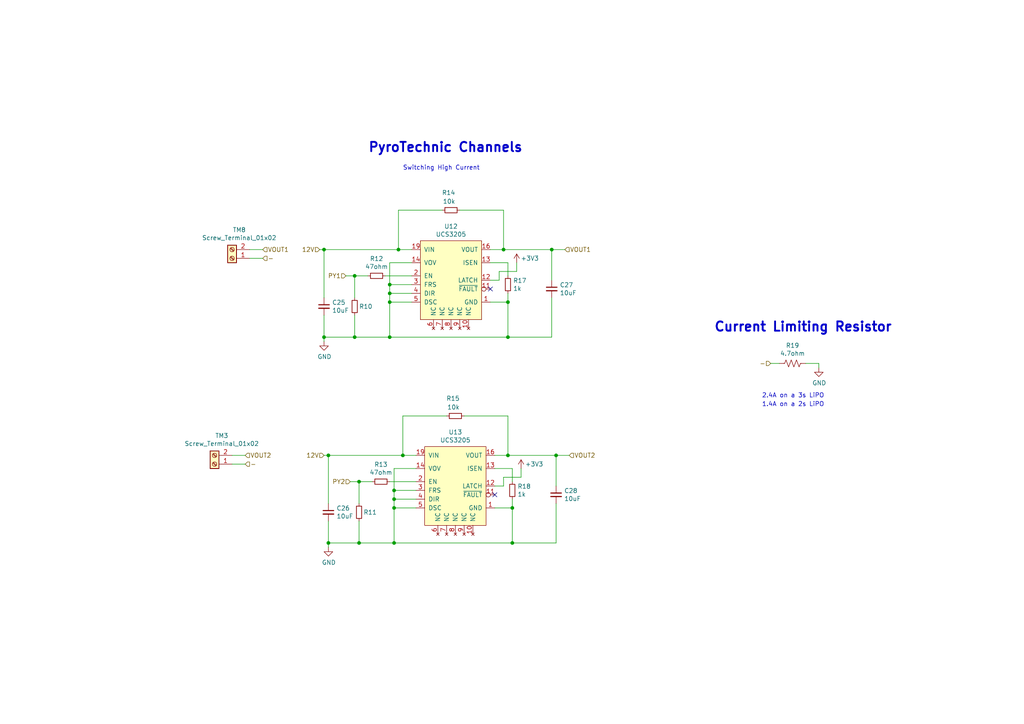
<source format=kicad_sch>
(kicad_sch (version 20230121) (generator eeschema)

  (uuid 1ab71a3c-340b-469a-ada5-4f87f0b7b2fa)

  (paper "A4")

  (title_block
    (title "Pyro-Technic Channels")
    (date "2021-10-11")
    (rev "1")
    (comment 4 "2 Load Switches ")
  )

  (lib_symbols
    (symbol "Connector:Screw_Terminal_01x02" (pin_names (offset 1.016) hide) (in_bom yes) (on_board yes)
      (property "Reference" "J" (at 0 2.54 0)
        (effects (font (size 1.27 1.27)))
      )
      (property "Value" "Screw_Terminal_01x02" (at 0 -5.08 0)
        (effects (font (size 1.27 1.27)))
      )
      (property "Footprint" "" (at 0 0 0)
        (effects (font (size 1.27 1.27)) hide)
      )
      (property "Datasheet" "~" (at 0 0 0)
        (effects (font (size 1.27 1.27)) hide)
      )
      (property "ki_keywords" "screw terminal" (at 0 0 0)
        (effects (font (size 1.27 1.27)) hide)
      )
      (property "ki_description" "Generic screw terminal, single row, 01x02, script generated (kicad-library-utils/schlib/autogen/connector/)" (at 0 0 0)
        (effects (font (size 1.27 1.27)) hide)
      )
      (property "ki_fp_filters" "TerminalBlock*:*" (at 0 0 0)
        (effects (font (size 1.27 1.27)) hide)
      )
      (symbol "Screw_Terminal_01x02_1_1"
        (rectangle (start -1.27 1.27) (end 1.27 -3.81)
          (stroke (width 0.254) (type default))
          (fill (type background))
        )
        (circle (center 0 -2.54) (radius 0.635)
          (stroke (width 0.1524) (type default))
          (fill (type none))
        )
        (polyline
          (pts
            (xy -0.5334 -2.2098)
            (xy 0.3302 -3.048)
          )
          (stroke (width 0.1524) (type default))
          (fill (type none))
        )
        (polyline
          (pts
            (xy -0.5334 0.3302)
            (xy 0.3302 -0.508)
          )
          (stroke (width 0.1524) (type default))
          (fill (type none))
        )
        (polyline
          (pts
            (xy -0.3556 -2.032)
            (xy 0.508 -2.8702)
          )
          (stroke (width 0.1524) (type default))
          (fill (type none))
        )
        (polyline
          (pts
            (xy -0.3556 0.508)
            (xy 0.508 -0.3302)
          )
          (stroke (width 0.1524) (type default))
          (fill (type none))
        )
        (circle (center 0 0) (radius 0.635)
          (stroke (width 0.1524) (type default))
          (fill (type none))
        )
        (pin passive line (at -5.08 0 0) (length 3.81)
          (name "Pin_1" (effects (font (size 1.27 1.27))))
          (number "1" (effects (font (size 1.27 1.27))))
        )
        (pin passive line (at -5.08 -2.54 0) (length 3.81)
          (name "Pin_2" (effects (font (size 1.27 1.27))))
          (number "2" (effects (font (size 1.27 1.27))))
        )
      )
    )
    (symbol "Device:C_Small" (pin_numbers hide) (pin_names (offset 0.254) hide) (in_bom yes) (on_board yes)
      (property "Reference" "C" (at 0.254 1.778 0)
        (effects (font (size 1.27 1.27)) (justify left))
      )
      (property "Value" "C_Small" (at 0.254 -2.032 0)
        (effects (font (size 1.27 1.27)) (justify left))
      )
      (property "Footprint" "" (at 0 0 0)
        (effects (font (size 1.27 1.27)) hide)
      )
      (property "Datasheet" "~" (at 0 0 0)
        (effects (font (size 1.27 1.27)) hide)
      )
      (property "ki_keywords" "capacitor cap" (at 0 0 0)
        (effects (font (size 1.27 1.27)) hide)
      )
      (property "ki_description" "Unpolarized capacitor, small symbol" (at 0 0 0)
        (effects (font (size 1.27 1.27)) hide)
      )
      (property "ki_fp_filters" "C_*" (at 0 0 0)
        (effects (font (size 1.27 1.27)) hide)
      )
      (symbol "C_Small_0_1"
        (polyline
          (pts
            (xy -1.524 -0.508)
            (xy 1.524 -0.508)
          )
          (stroke (width 0.3302) (type default))
          (fill (type none))
        )
        (polyline
          (pts
            (xy -1.524 0.508)
            (xy 1.524 0.508)
          )
          (stroke (width 0.3048) (type default))
          (fill (type none))
        )
      )
      (symbol "C_Small_1_1"
        (pin passive line (at 0 2.54 270) (length 2.032)
          (name "~" (effects (font (size 1.27 1.27))))
          (number "1" (effects (font (size 1.27 1.27))))
        )
        (pin passive line (at 0 -2.54 90) (length 2.032)
          (name "~" (effects (font (size 1.27 1.27))))
          (number "2" (effects (font (size 1.27 1.27))))
        )
      )
    )
    (symbol "Device:R_Small" (pin_numbers hide) (pin_names (offset 0.254) hide) (in_bom yes) (on_board yes)
      (property "Reference" "R" (at 0.762 0.508 0)
        (effects (font (size 1.27 1.27)) (justify left))
      )
      (property "Value" "R_Small" (at 0.762 -1.016 0)
        (effects (font (size 1.27 1.27)) (justify left))
      )
      (property "Footprint" "" (at 0 0 0)
        (effects (font (size 1.27 1.27)) hide)
      )
      (property "Datasheet" "~" (at 0 0 0)
        (effects (font (size 1.27 1.27)) hide)
      )
      (property "ki_keywords" "R resistor" (at 0 0 0)
        (effects (font (size 1.27 1.27)) hide)
      )
      (property "ki_description" "Resistor, small symbol" (at 0 0 0)
        (effects (font (size 1.27 1.27)) hide)
      )
      (property "ki_fp_filters" "R_*" (at 0 0 0)
        (effects (font (size 1.27 1.27)) hide)
      )
      (symbol "R_Small_0_1"
        (rectangle (start -0.762 1.778) (end 0.762 -1.778)
          (stroke (width 0.2032) (type default))
          (fill (type none))
        )
      )
      (symbol "R_Small_1_1"
        (pin passive line (at 0 2.54 270) (length 0.762)
          (name "~" (effects (font (size 1.27 1.27))))
          (number "1" (effects (font (size 1.27 1.27))))
        )
        (pin passive line (at 0 -2.54 90) (length 0.762)
          (name "~" (effects (font (size 1.27 1.27))))
          (number "2" (effects (font (size 1.27 1.27))))
        )
      )
    )
    (symbol "Device:R_US" (pin_numbers hide) (pin_names (offset 0)) (in_bom yes) (on_board yes)
      (property "Reference" "R" (at 2.54 0 90)
        (effects (font (size 1.27 1.27)))
      )
      (property "Value" "R_US" (at -2.54 0 90)
        (effects (font (size 1.27 1.27)))
      )
      (property "Footprint" "" (at 1.016 -0.254 90)
        (effects (font (size 1.27 1.27)) hide)
      )
      (property "Datasheet" "~" (at 0 0 0)
        (effects (font (size 1.27 1.27)) hide)
      )
      (property "ki_keywords" "R res resistor" (at 0 0 0)
        (effects (font (size 1.27 1.27)) hide)
      )
      (property "ki_description" "Resistor, US symbol" (at 0 0 0)
        (effects (font (size 1.27 1.27)) hide)
      )
      (property "ki_fp_filters" "R_*" (at 0 0 0)
        (effects (font (size 1.27 1.27)) hide)
      )
      (symbol "R_US_0_1"
        (polyline
          (pts
            (xy 0 -2.286)
            (xy 0 -2.54)
          )
          (stroke (width 0) (type default))
          (fill (type none))
        )
        (polyline
          (pts
            (xy 0 2.286)
            (xy 0 2.54)
          )
          (stroke (width 0) (type default))
          (fill (type none))
        )
        (polyline
          (pts
            (xy 0 -0.762)
            (xy 1.016 -1.143)
            (xy 0 -1.524)
            (xy -1.016 -1.905)
            (xy 0 -2.286)
          )
          (stroke (width 0) (type default))
          (fill (type none))
        )
        (polyline
          (pts
            (xy 0 0.762)
            (xy 1.016 0.381)
            (xy 0 0)
            (xy -1.016 -0.381)
            (xy 0 -0.762)
          )
          (stroke (width 0) (type default))
          (fill (type none))
        )
        (polyline
          (pts
            (xy 0 2.286)
            (xy 1.016 1.905)
            (xy 0 1.524)
            (xy -1.016 1.143)
            (xy 0 0.762)
          )
          (stroke (width 0) (type default))
          (fill (type none))
        )
      )
      (symbol "R_US_1_1"
        (pin passive line (at 0 3.81 270) (length 1.27)
          (name "~" (effects (font (size 1.27 1.27))))
          (number "1" (effects (font (size 1.27 1.27))))
        )
        (pin passive line (at 0 -3.81 90) (length 1.27)
          (name "~" (effects (font (size 1.27 1.27))))
          (number "2" (effects (font (size 1.27 1.27))))
        )
      )
    )
    (symbol "TBC-Power:UCS3205" (pin_names (offset 1.016)) (in_bom yes) (on_board yes)
      (property "Reference" "U" (at 0 11.43 0)
        (effects (font (size 1.27 1.27)))
      )
      (property "Value" "TBC-Power_UCS3205" (at 0 13.97 0)
        (effects (font (size 1.27 1.27)))
      )
      (property "Footprint" "TBC_QFN:VQFN_No18_TwoEP" (at 0 7.62 0)
        (effects (font (size 1.27 1.27)) hide)
      )
      (property "Datasheet" "" (at 0 7.62 0)
        (effects (font (size 1.27 1.27)) hide)
      )
      (symbol "UCS3205_0_1"
        (rectangle (start -8.89 10.16) (end 8.89 -12.7)
          (stroke (width 0) (type default))
          (fill (type background))
        )
      )
      (symbol "UCS3205_1_1"
        (pin power_in line (at 11.43 -7.62 180) (length 2.54)
          (name "GND" (effects (font (size 1.27 1.27))))
          (number "1" (effects (font (size 1.27 1.27))))
        )
        (pin no_connect line (at 5.08 -15.24 90) (length 2.54)
          (name "NC" (effects (font (size 1.27 1.27))))
          (number "10" (effects (font (size 1.27 1.27))))
        )
        (pin output inverted (at 11.43 -3.81 180) (length 2.54)
          (name "~{FAULT}" (effects (font (size 1.27 1.27))))
          (number "11" (effects (font (size 1.27 1.27))))
        )
        (pin output line (at 11.43 -1.27 180) (length 2.54)
          (name "LATCH" (effects (font (size 1.27 1.27))))
          (number "12" (effects (font (size 1.27 1.27))))
        )
        (pin output line (at 11.43 3.81 180) (length 2.54)
          (name "ISEN" (effects (font (size 1.27 1.27))))
          (number "13" (effects (font (size 1.27 1.27))))
        )
        (pin input line (at -11.43 3.81 0) (length 2.54)
          (name "VOV" (effects (font (size 1.27 1.27))))
          (number "14" (effects (font (size 1.27 1.27))))
        )
        (pin power_in line (at 11.43 -7.62 180) (length 2.54) hide
          (name "GND" (effects (font (size 1.27 1.27))))
          (number "15" (effects (font (size 1.27 1.27))))
        )
        (pin power_out line (at 11.43 7.62 180) (length 2.54)
          (name "VOUT" (effects (font (size 1.27 1.27))))
          (number "16" (effects (font (size 1.27 1.27))))
        )
        (pin power_out line (at 11.43 7.62 180) (length 2.54) hide
          (name "VOUT" (effects (font (size 1.27 1.27))))
          (number "17" (effects (font (size 1.27 1.27))))
        )
        (pin power_in line (at -11.43 7.62 0) (length 2.54)
          (name "VIN" (effects (font (size 1.27 1.27))))
          (number "19" (effects (font (size 1.27 1.27))))
        )
        (pin input line (at -11.43 0 0) (length 2.54)
          (name "EN" (effects (font (size 1.27 1.27))))
          (number "2" (effects (font (size 1.27 1.27))))
        )
        (pin power_in line (at -11.43 7.62 0) (length 2.54) hide
          (name "VOUT" (effects (font (size 1.27 1.27))))
          (number "20" (effects (font (size 1.27 1.27))))
        )
        (pin power_out line (at 11.43 7.62 180) (length 2.54) hide
          (name "VOUT" (effects (font (size 1.27 1.27))))
          (number "21" (effects (font (size 1.27 1.27))))
        )
        (pin power_in line (at -11.43 7.62 0) (length 2.54) hide
          (name "VIN" (effects (font (size 1.27 1.27))))
          (number "22" (effects (font (size 1.27 1.27))))
        )
        (pin input line (at -11.43 -2.54 0) (length 2.54)
          (name "FRS" (effects (font (size 1.27 1.27))))
          (number "3" (effects (font (size 1.27 1.27))))
        )
        (pin input line (at -11.43 -5.08 0) (length 2.54)
          (name "DIR" (effects (font (size 1.27 1.27))))
          (number "4" (effects (font (size 1.27 1.27))))
        )
        (pin input line (at -11.43 -7.62 0) (length 2.54)
          (name "DSC" (effects (font (size 1.27 1.27))))
          (number "5" (effects (font (size 1.27 1.27))))
        )
        (pin no_connect line (at -5.08 -15.24 90) (length 2.54)
          (name "NC" (effects (font (size 1.27 1.27))))
          (number "6" (effects (font (size 1.27 1.27))))
        )
        (pin no_connect line (at -2.54 -15.24 90) (length 2.54)
          (name "NC" (effects (font (size 1.27 1.27))))
          (number "7" (effects (font (size 1.27 1.27))))
        )
        (pin no_connect line (at 0 -15.24 90) (length 2.54)
          (name "NC" (effects (font (size 1.27 1.27))))
          (number "8" (effects (font (size 1.27 1.27))))
        )
        (pin no_connect line (at 2.54 -15.24 90) (length 2.54)
          (name "NC" (effects (font (size 1.27 1.27))))
          (number "9" (effects (font (size 1.27 1.27))))
        )
      )
    )
    (symbol "power:+3.3V" (power) (pin_names (offset 0)) (in_bom yes) (on_board yes)
      (property "Reference" "#PWR" (at 0 -3.81 0)
        (effects (font (size 1.27 1.27)) hide)
      )
      (property "Value" "+3.3V" (at 0 3.556 0)
        (effects (font (size 1.27 1.27)))
      )
      (property "Footprint" "" (at 0 0 0)
        (effects (font (size 1.27 1.27)) hide)
      )
      (property "Datasheet" "" (at 0 0 0)
        (effects (font (size 1.27 1.27)) hide)
      )
      (property "ki_keywords" "power-flag" (at 0 0 0)
        (effects (font (size 1.27 1.27)) hide)
      )
      (property "ki_description" "Power symbol creates a global label with name \"+3.3V\"" (at 0 0 0)
        (effects (font (size 1.27 1.27)) hide)
      )
      (symbol "+3.3V_0_1"
        (polyline
          (pts
            (xy -0.762 1.27)
            (xy 0 2.54)
          )
          (stroke (width 0) (type default))
          (fill (type none))
        )
        (polyline
          (pts
            (xy 0 0)
            (xy 0 2.54)
          )
          (stroke (width 0) (type default))
          (fill (type none))
        )
        (polyline
          (pts
            (xy 0 2.54)
            (xy 0.762 1.27)
          )
          (stroke (width 0) (type default))
          (fill (type none))
        )
      )
      (symbol "+3.3V_1_1"
        (pin power_in line (at 0 0 90) (length 0) hide
          (name "+3V3" (effects (font (size 1.27 1.27))))
          (number "1" (effects (font (size 1.27 1.27))))
        )
      )
    )
    (symbol "power:GND" (power) (pin_names (offset 0)) (in_bom yes) (on_board yes)
      (property "Reference" "#PWR" (at 0 -6.35 0)
        (effects (font (size 1.27 1.27)) hide)
      )
      (property "Value" "GND" (at 0 -3.81 0)
        (effects (font (size 1.27 1.27)))
      )
      (property "Footprint" "" (at 0 0 0)
        (effects (font (size 1.27 1.27)) hide)
      )
      (property "Datasheet" "" (at 0 0 0)
        (effects (font (size 1.27 1.27)) hide)
      )
      (property "ki_keywords" "power-flag" (at 0 0 0)
        (effects (font (size 1.27 1.27)) hide)
      )
      (property "ki_description" "Power symbol creates a global label with name \"GND\" , ground" (at 0 0 0)
        (effects (font (size 1.27 1.27)) hide)
      )
      (symbol "GND_0_1"
        (polyline
          (pts
            (xy 0 0)
            (xy 0 -1.27)
            (xy 1.27 -1.27)
            (xy 0 -2.54)
            (xy -1.27 -1.27)
            (xy 0 -1.27)
          )
          (stroke (width 0) (type default))
          (fill (type none))
        )
      )
      (symbol "GND_1_1"
        (pin power_in line (at 0 0 270) (length 0) hide
          (name "GND" (effects (font (size 1.27 1.27))))
          (number "1" (effects (font (size 1.27 1.27))))
        )
      )
    )
  )

  (junction (at 95.25 157.48) (diameter 0) (color 0 0 0 0)
    (uuid 02f8904b-a7b2-49dd-b392-764e7e29fb51)
  )
  (junction (at 146.05 72.39) (diameter 0) (color 0 0 0 0)
    (uuid 083becc8-e25d-4206-9636-55457650bbe3)
  )
  (junction (at 102.87 80.01) (diameter 0) (color 0 0 0 0)
    (uuid 347562f5-b152-4e7b-8a69-40ca6daaaad4)
  )
  (junction (at 113.03 82.55) (diameter 0) (color 0 0 0 0)
    (uuid 386ad9e3-71fa-420f-8722-88548b024fc5)
  )
  (junction (at 148.59 157.48) (diameter 0) (color 0 0 0 0)
    (uuid 3bca658b-a598-4669-a7cb-3f9b5f47bb5a)
  )
  (junction (at 114.3 157.48) (diameter 0) (color 0 0 0 0)
    (uuid 3d552623-2969-4b15-8623-368144f225e9)
  )
  (junction (at 93.98 72.39) (diameter 0) (color 0 0 0 0)
    (uuid 3efa2ece-8f3f-4a8c-96e9-6ab3ec6f1f70)
  )
  (junction (at 115.57 72.39) (diameter 0) (color 0 0 0 0)
    (uuid 4a7e3849-3bc9-4bb3-b16a-fab2f5cee0e5)
  )
  (junction (at 113.03 85.09) (diameter 0) (color 0 0 0 0)
    (uuid 5d49e9a6-41dd-4072-adde-ef1036c1979b)
  )
  (junction (at 104.14 157.48) (diameter 0) (color 0 0 0 0)
    (uuid 71af7b65-0e6b-402e-b1a4-b66be507b4dc)
  )
  (junction (at 93.98 97.79) (diameter 0) (color 0 0 0 0)
    (uuid 775e8983-a723-43c5-bf00-61681f0840f3)
  )
  (junction (at 113.03 87.63) (diameter 0) (color 0 0 0 0)
    (uuid 7f9683c1-2203-43df-8fa1-719a0dc360df)
  )
  (junction (at 104.14 139.7) (diameter 0) (color 0 0 0 0)
    (uuid 92848721-49b5-4e4c-b042-6fd51e1d562f)
  )
  (junction (at 95.25 132.08) (diameter 0) (color 0 0 0 0)
    (uuid 992a2b00-5e28-4edd-88b5-994891512d8d)
  )
  (junction (at 114.3 147.32) (diameter 0) (color 0 0 0 0)
    (uuid 99e6b8eb-b08e-4d42-84dd-8b7f6765b7b7)
  )
  (junction (at 147.32 87.63) (diameter 0) (color 0 0 0 0)
    (uuid a64aeb89-c24a-493b-9aab-87a6be930bde)
  )
  (junction (at 114.3 142.24) (diameter 0) (color 0 0 0 0)
    (uuid aa047297-22f8-4de0-a969-0b3451b8e164)
  )
  (junction (at 114.3 144.78) (diameter 0) (color 0 0 0 0)
    (uuid b0b4c3cb-e7ea-49c0-8162-be3bbab3e4ec)
  )
  (junction (at 161.29 132.08) (diameter 0) (color 0 0 0 0)
    (uuid b7aa0362-7c9e-4a42-b191-ab15a38bf3c5)
  )
  (junction (at 113.03 97.79) (diameter 0) (color 0 0 0 0)
    (uuid cbde200f-1075-469a-89f8-abbdcf30e36a)
  )
  (junction (at 102.87 97.79) (diameter 0) (color 0 0 0 0)
    (uuid cee2f43a-7d22-4585-a857-73949bd17a9d)
  )
  (junction (at 147.32 132.08) (diameter 0) (color 0 0 0 0)
    (uuid d18f2428-546f-4066-8ffb-7653303685db)
  )
  (junction (at 147.32 97.79) (diameter 0) (color 0 0 0 0)
    (uuid df2a6036-7274-4398-9365-148b6ddab90d)
  )
  (junction (at 116.84 132.08) (diameter 0) (color 0 0 0 0)
    (uuid e76ec524-408a-4daa-89f6-0edfdbcfb621)
  )
  (junction (at 148.59 147.32) (diameter 0) (color 0 0 0 0)
    (uuid fa20e708-ec85-4e0b-8402-f74a2724f920)
  )
  (junction (at 160.02 72.39) (diameter 0) (color 0 0 0 0)
    (uuid fc83cd71-1198-4019-87a1-dc154bceead3)
  )

  (no_connect (at 143.51 143.51) (uuid 89a3dae6-dcb5-435b-a383-656b6a19a316))
  (no_connect (at 142.24 83.82) (uuid a917c6d9-225d-4c90-bf25-fe8eff8abd3f))

  (wire (pts (xy 146.05 138.43) (xy 151.13 138.43))
    (stroke (width 0) (type default))
    (uuid 015f5586-ba76-4a98-9114-f5cd2c67134d)
  )
  (wire (pts (xy 144.78 78.74) (xy 149.86 78.74))
    (stroke (width 0) (type default))
    (uuid 0b9f21ed-3d41-4f23-ae45-74117a5f3153)
  )
  (wire (pts (xy 113.03 76.2) (xy 119.38 76.2))
    (stroke (width 0) (type default))
    (uuid 0cc9bf07-55b9-458f-b8aa-41b2f51fa940)
  )
  (wire (pts (xy 160.02 72.39) (xy 146.05 72.39))
    (stroke (width 0) (type default))
    (uuid 10d8ad0e-6a08-4053-92aa-23a15910fd21)
  )
  (wire (pts (xy 129.54 120.65) (xy 116.84 120.65))
    (stroke (width 0) (type default))
    (uuid 12fa3c3f-3d14-451a-a6a8-884fd1b32fa7)
  )
  (wire (pts (xy 76.2 72.39) (xy 72.39 72.39))
    (stroke (width 0) (type default))
    (uuid 1427bb3f-0689-4b41-a816-cd79a5202fd0)
  )
  (wire (pts (xy 95.25 146.05) (xy 95.25 132.08))
    (stroke (width 0) (type default))
    (uuid 18f1018d-5857-4c32-a072-f3de80352f74)
  )
  (wire (pts (xy 142.24 87.63) (xy 147.32 87.63))
    (stroke (width 0) (type default))
    (uuid 1b023dd4-5185-4576-b544-68a05b9c360b)
  )
  (wire (pts (xy 95.25 158.75) (xy 95.25 157.48))
    (stroke (width 0) (type default))
    (uuid 1c052668-6749-425a-9a77-35f046c8aa39)
  )
  (wire (pts (xy 102.87 86.36) (xy 102.87 80.01))
    (stroke (width 0) (type default))
    (uuid 212bf70c-2324-47d9-8700-59771063baeb)
  )
  (wire (pts (xy 148.59 147.32) (xy 148.59 157.48))
    (stroke (width 0) (type default))
    (uuid 21492bcd-343a-4b2b-b55a-b4586c11bdeb)
  )
  (wire (pts (xy 237.49 105.41) (xy 237.49 106.68))
    (stroke (width 0) (type default))
    (uuid 235067e2-1686-40fe-a9a0-61704311b2b1)
  )
  (wire (pts (xy 119.38 82.55) (xy 113.03 82.55))
    (stroke (width 0) (type default))
    (uuid 241e0c85-4796-48eb-a5a0-1c0f2d6e5910)
  )
  (wire (pts (xy 107.95 139.7) (xy 104.14 139.7))
    (stroke (width 0) (type default))
    (uuid 2518d4ea-25cc-4e57-a0d6-8482034e7318)
  )
  (wire (pts (xy 163.83 72.39) (xy 160.02 72.39))
    (stroke (width 0) (type default))
    (uuid 2c95b9a6-9c71-4108-9cde-57ddfdd2dd19)
  )
  (wire (pts (xy 148.59 157.48) (xy 161.29 157.48))
    (stroke (width 0) (type default))
    (uuid 2f424da3-8fae-4941-bc6d-20044787372f)
  )
  (wire (pts (xy 142.24 76.2) (xy 147.32 76.2))
    (stroke (width 0) (type default))
    (uuid 3249bd81-9fd4-4194-9b4f-2e333b2195b8)
  )
  (wire (pts (xy 113.03 97.79) (xy 113.03 87.63))
    (stroke (width 0) (type default))
    (uuid 363945f6-fbef-42be-99cf-4a8a48434d92)
  )
  (wire (pts (xy 133.35 60.96) (xy 146.05 60.96))
    (stroke (width 0) (type default))
    (uuid 3e3d55c8-e0ea-48fb-8421-a84b7cb7055b)
  )
  (wire (pts (xy 161.29 157.48) (xy 161.29 146.05))
    (stroke (width 0) (type default))
    (uuid 41485de5-6ed3-4c83-b69e-ef83ae18093c)
  )
  (wire (pts (xy 119.38 72.39) (xy 115.57 72.39))
    (stroke (width 0) (type default))
    (uuid 430d6d73-9de6-41ca-b788-178d709f4aae)
  )
  (wire (pts (xy 102.87 91.44) (xy 102.87 97.79))
    (stroke (width 0) (type default))
    (uuid 44035e53-ff94-45ad-801f-55a1ce042a0d)
  )
  (wire (pts (xy 146.05 140.97) (xy 146.05 138.43))
    (stroke (width 0) (type default))
    (uuid 46cbe85d-ff47-428e-b187-4ebd50a66e0c)
  )
  (wire (pts (xy 160.02 81.28) (xy 160.02 72.39))
    (stroke (width 0) (type default))
    (uuid 475ed8b3-90bf-48cd-bce5-d8f48b689541)
  )
  (wire (pts (xy 104.14 157.48) (xy 114.3 157.48))
    (stroke (width 0) (type default))
    (uuid 4fd9bc4f-0ae3-42d4-a1b4-9fb1b2a0a7fd)
  )
  (wire (pts (xy 151.13 138.43) (xy 151.13 135.89))
    (stroke (width 0) (type default))
    (uuid 541721d1-074b-496e-a833-813044b3e8ca)
  )
  (wire (pts (xy 226.06 105.41) (xy 223.52 105.41))
    (stroke (width 0) (type default))
    (uuid 5ff19d63-2cb4-438b-93c4-e66d37a05329)
  )
  (wire (pts (xy 93.98 91.44) (xy 93.98 97.79))
    (stroke (width 0) (type default))
    (uuid 6a2bcc72-047b-4846-8583-1109e3552669)
  )
  (wire (pts (xy 233.68 105.41) (xy 237.49 105.41))
    (stroke (width 0) (type default))
    (uuid 701e1517-e8cf-46f4-b538-98e721c97380)
  )
  (wire (pts (xy 93.98 86.36) (xy 93.98 72.39))
    (stroke (width 0) (type default))
    (uuid 70d34adf-9bd8-469e-8c77-5c0d7adf511e)
  )
  (wire (pts (xy 147.32 76.2) (xy 147.32 80.01))
    (stroke (width 0) (type default))
    (uuid 718e5c6d-0e4c-46d8-a149-2f2bfc54c7f1)
  )
  (wire (pts (xy 146.05 60.96) (xy 146.05 72.39))
    (stroke (width 0) (type default))
    (uuid 725cdf26-4b92-46db-bca9-10d930002dda)
  )
  (wire (pts (xy 71.12 132.08) (xy 67.31 132.08))
    (stroke (width 0) (type default))
    (uuid 75b944f9-bf25-4dc7-8104-e9f80b4f359b)
  )
  (wire (pts (xy 142.24 81.28) (xy 144.78 81.28))
    (stroke (width 0) (type default))
    (uuid 76afa8e0-9b3a-439d-843c-ad039d3b6354)
  )
  (wire (pts (xy 116.84 132.08) (xy 95.25 132.08))
    (stroke (width 0) (type default))
    (uuid 78b44915-d68e-4488-a873-34767153ef98)
  )
  (wire (pts (xy 115.57 60.96) (xy 115.57 72.39))
    (stroke (width 0) (type default))
    (uuid 79451892-db6b-4999-916d-6392174ee493)
  )
  (wire (pts (xy 104.14 151.13) (xy 104.14 157.48))
    (stroke (width 0) (type default))
    (uuid 799e761c-1426-40e9-a069-1f4cb353bfaa)
  )
  (wire (pts (xy 146.05 72.39) (xy 142.24 72.39))
    (stroke (width 0) (type default))
    (uuid 7acd513a-187b-4936-9f93-2e521ce33ad5)
  )
  (wire (pts (xy 160.02 97.79) (xy 160.02 86.36))
    (stroke (width 0) (type default))
    (uuid 7b766787-7689-40b8-9ef5-c0b1af45a9ae)
  )
  (wire (pts (xy 149.86 78.74) (xy 149.86 76.2))
    (stroke (width 0) (type default))
    (uuid 8486c294-aa7e-43c3-b257-1ca3356dd17a)
  )
  (wire (pts (xy 71.12 134.62) (xy 67.31 134.62))
    (stroke (width 0) (type default))
    (uuid 84d4e166-b429-409a-ab37-c6a10fd82ff5)
  )
  (wire (pts (xy 134.62 120.65) (xy 147.32 120.65))
    (stroke (width 0) (type default))
    (uuid 851f3d61-ba3b-4e6e-abd4-cafa4d9b64cb)
  )
  (wire (pts (xy 95.25 151.13) (xy 95.25 157.48))
    (stroke (width 0) (type default))
    (uuid 86e98417-f5e4-48ba-8147-ef66cc03dde6)
  )
  (wire (pts (xy 119.38 85.09) (xy 113.03 85.09))
    (stroke (width 0) (type default))
    (uuid 87a1984f-543d-4f2e-ad8a-7a3a24ee6047)
  )
  (wire (pts (xy 115.57 72.39) (xy 93.98 72.39))
    (stroke (width 0) (type default))
    (uuid 888fd7cb-2fc6-480c-bcfa-0b71303087d3)
  )
  (wire (pts (xy 93.98 99.06) (xy 93.98 97.79))
    (stroke (width 0) (type default))
    (uuid 8ac400bf-c9b3-4af4-b0a7-9aa9ab4ad17e)
  )
  (wire (pts (xy 148.59 144.78) (xy 148.59 147.32))
    (stroke (width 0) (type default))
    (uuid 8aeae536-fd36-430e-be47-1a856eced2fc)
  )
  (wire (pts (xy 120.65 132.08) (xy 116.84 132.08))
    (stroke (width 0) (type default))
    (uuid 8bd46048-cab7-4adf-af9a-bc2710c1894c)
  )
  (wire (pts (xy 113.03 82.55) (xy 113.03 76.2))
    (stroke (width 0) (type default))
    (uuid 8cb2cd3a-4ef9-4ae5-b6bc-2b1d16f657d6)
  )
  (wire (pts (xy 128.27 60.96) (xy 115.57 60.96))
    (stroke (width 0) (type default))
    (uuid 8e295ed4-82cb-4d9f-8888-7ad2dd4d5129)
  )
  (wire (pts (xy 113.03 97.79) (xy 147.32 97.79))
    (stroke (width 0) (type default))
    (uuid 90f81af1-b6de-44aa-a46b-6504a157ce6c)
  )
  (wire (pts (xy 147.32 87.63) (xy 147.32 97.79))
    (stroke (width 0) (type default))
    (uuid 946404ba-9297-43ec-9d67-30184041145f)
  )
  (wire (pts (xy 143.51 140.97) (xy 146.05 140.97))
    (stroke (width 0) (type default))
    (uuid 96315415-cfed-47d2-b3dd-d782358bd0df)
  )
  (wire (pts (xy 93.98 97.79) (xy 102.87 97.79))
    (stroke (width 0) (type default))
    (uuid 97dcf785-3264-40a1-a36e-8842acab24fb)
  )
  (wire (pts (xy 95.25 157.48) (xy 104.14 157.48))
    (stroke (width 0) (type default))
    (uuid 9db16341-dac0-4aab-9c62-7d88c111c1ce)
  )
  (wire (pts (xy 147.32 85.09) (xy 147.32 87.63))
    (stroke (width 0) (type default))
    (uuid 9e0e6fc0-a269-4822-b93d-4c5e6689ff11)
  )
  (wire (pts (xy 93.98 72.39) (xy 92.71 72.39))
    (stroke (width 0) (type default))
    (uuid a0e7a81b-2259-4f8d-8368-ba75f2004714)
  )
  (wire (pts (xy 144.78 81.28) (xy 144.78 78.74))
    (stroke (width 0) (type default))
    (uuid a76a574b-1cac-43eb-81e6-0e2e278cea39)
  )
  (wire (pts (xy 114.3 135.89) (xy 120.65 135.89))
    (stroke (width 0) (type default))
    (uuid ab8b0540-9c9f-4195-88f5-7bed0b0a8ed6)
  )
  (wire (pts (xy 147.32 97.79) (xy 160.02 97.79))
    (stroke (width 0) (type default))
    (uuid aee7520e-3bfc-435f-a66b-1dd1f5aa6a87)
  )
  (wire (pts (xy 119.38 87.63) (xy 113.03 87.63))
    (stroke (width 0) (type default))
    (uuid b0054ce1-b60e-41de-a6a2-bf712784dd39)
  )
  (wire (pts (xy 114.3 144.78) (xy 114.3 142.24))
    (stroke (width 0) (type default))
    (uuid b794d099-f823-4d35-9755-ca1c45247ee9)
  )
  (wire (pts (xy 114.3 157.48) (xy 114.3 147.32))
    (stroke (width 0) (type default))
    (uuid b7d06af4-a5b1-447f-9b1a-8b44eb1cc204)
  )
  (wire (pts (xy 148.59 135.89) (xy 148.59 139.7))
    (stroke (width 0) (type default))
    (uuid bc3b3f93-69e0-44a5-b919-319b81d13095)
  )
  (wire (pts (xy 106.68 80.01) (xy 102.87 80.01))
    (stroke (width 0) (type default))
    (uuid be2983fa-f06e-485e-bea1-3dd96b916ec5)
  )
  (wire (pts (xy 76.2 74.93) (xy 72.39 74.93))
    (stroke (width 0) (type default))
    (uuid be41ac9e-b8ba-4089-983b-b84269707f1c)
  )
  (wire (pts (xy 161.29 140.97) (xy 161.29 132.08))
    (stroke (width 0) (type default))
    (uuid bef2abc2-bf3e-4a72-ad03-f8da3cd893cb)
  )
  (wire (pts (xy 113.03 139.7) (xy 120.65 139.7))
    (stroke (width 0) (type default))
    (uuid c07eebcc-30d2-439d-8030-faea6ade4486)
  )
  (wire (pts (xy 102.87 97.79) (xy 113.03 97.79))
    (stroke (width 0) (type default))
    (uuid c873689a-d206-42f5-aead-9199b4d63f51)
  )
  (wire (pts (xy 113.03 85.09) (xy 113.03 82.55))
    (stroke (width 0) (type default))
    (uuid c8ab8246-b2bb-4b06-b45e-2548482466fd)
  )
  (wire (pts (xy 147.32 120.65) (xy 147.32 132.08))
    (stroke (width 0) (type default))
    (uuid ca6e2466-a90a-4dab-be16-b070610e5087)
  )
  (wire (pts (xy 102.87 80.01) (xy 100.33 80.01))
    (stroke (width 0) (type default))
    (uuid cb083d38-4f11-4a80-8b19-ab751c405e4a)
  )
  (wire (pts (xy 165.1 132.08) (xy 161.29 132.08))
    (stroke (width 0) (type default))
    (uuid d05faa1f-5f69-41bf-86d3-2cd224432e1b)
  )
  (wire (pts (xy 147.32 132.08) (xy 143.51 132.08))
    (stroke (width 0) (type default))
    (uuid d95c6650-fcd9-4184-97fe-fde43ea5c0cd)
  )
  (wire (pts (xy 104.14 139.7) (xy 101.6 139.7))
    (stroke (width 0) (type default))
    (uuid db1ed10a-ef86-43bf-93dc-9be76327f6d2)
  )
  (wire (pts (xy 114.3 147.32) (xy 114.3 144.78))
    (stroke (width 0) (type default))
    (uuid db851147-6a1e-4d19-898c-0ba71182359b)
  )
  (wire (pts (xy 113.03 87.63) (xy 113.03 85.09))
    (stroke (width 0) (type default))
    (uuid dc1d84c8-33da-4489-be8e-2a1de3001779)
  )
  (wire (pts (xy 161.29 132.08) (xy 147.32 132.08))
    (stroke (width 0) (type default))
    (uuid dd1edfbb-5fb6-42cd-b740-fd54ab3ef1f1)
  )
  (wire (pts (xy 120.65 147.32) (xy 114.3 147.32))
    (stroke (width 0) (type default))
    (uuid de370984-7922-4327-a0ba-7cd613995df4)
  )
  (wire (pts (xy 114.3 142.24) (xy 114.3 135.89))
    (stroke (width 0) (type default))
    (uuid df3dc9a2-ba40-4c3a-87fe-61cc8e23d71b)
  )
  (wire (pts (xy 143.51 135.89) (xy 148.59 135.89))
    (stroke (width 0) (type default))
    (uuid e65bab67-68b7-4b22-a939-6f2c05164d2a)
  )
  (wire (pts (xy 104.14 146.05) (xy 104.14 139.7))
    (stroke (width 0) (type default))
    (uuid e69c64f9-717d-4a97-b3df-80325ec2fa63)
  )
  (wire (pts (xy 95.25 132.08) (xy 93.98 132.08))
    (stroke (width 0) (type default))
    (uuid e70d061b-28f0-4421-ad15-0598604086e8)
  )
  (wire (pts (xy 120.65 142.24) (xy 114.3 142.24))
    (stroke (width 0) (type default))
    (uuid e79c8e11-ed47-4701-ae80-a54cdb6682a5)
  )
  (wire (pts (xy 120.65 144.78) (xy 114.3 144.78))
    (stroke (width 0) (type default))
    (uuid e87a6f80-914f-4f62-9c9f-9ba62a88ee3d)
  )
  (wire (pts (xy 114.3 157.48) (xy 148.59 157.48))
    (stroke (width 0) (type default))
    (uuid eb473bfd-fc2d-4cf0-8714-6b7dd95b0a03)
  )
  (wire (pts (xy 116.84 120.65) (xy 116.84 132.08))
    (stroke (width 0) (type default))
    (uuid f4a1ab68-998b-43e3-aa33-40b58210bc99)
  )
  (wire (pts (xy 111.76 80.01) (xy 119.38 80.01))
    (stroke (width 0) (type default))
    (uuid f50dae73-c5b5-475d-ac8c-5b555be54fa3)
  )
  (wire (pts (xy 143.51 147.32) (xy 148.59 147.32))
    (stroke (width 0) (type default))
    (uuid fb35e3b1-aff6-41a7-9cf0-52694b95edeb)
  )

  (text "PyroTechnic Channels" (at 106.68 44.45 0)
    (effects (font (size 2.6924 2.6924) (thickness 0.5385) bold) (justify left bottom))
    (uuid 01f82238-6335-48fe-8b0a-6853e227345a)
  )
  (text "2.4A on a 3s LiPO" (at 220.98 115.57 0)
    (effects (font (size 1.27 1.27)) (justify left bottom))
    (uuid 17ff35b3-d658-499b-9a46-ea36063fed4e)
  )
  (text "Current Limiting Resistor" (at 207.01 96.52 0)
    (effects (font (size 2.6924 2.6924) (thickness 0.5385) bold) (justify left bottom))
    (uuid 3993c707-5291-41b6-83c0-d1c09cb3833a)
  )
  (text "1.4A on a 2s LiPO\n" (at 220.98 118.11 0)
    (effects (font (size 1.27 1.27)) (justify left bottom))
    (uuid d13b0eae-4711-4325-a6bb-aa8e3646e86e)
  )
  (text "Switching High Current" (at 116.84 49.53 0)
    (effects (font (size 1.27 1.27)) (justify left bottom))
    (uuid e300709f-6c72-488d-a598-efcbd6d3af54)
  )

  (hierarchical_label "PY2" (shape input) (at 101.6 139.7 180) (fields_autoplaced)
    (effects (font (size 1.27 1.27)) (justify right))
    (uuid 0d993e48-cea3-4104-9c5a-d8f97b64a3ac)
  )
  (hierarchical_label "-" (shape input) (at 71.12 134.62 0) (fields_autoplaced)
    (effects (font (size 1.27 1.27)) (justify left))
    (uuid 2165c9a4-eb84-4cb6-a870-2fdc39d2511b)
  )
  (hierarchical_label "-" (shape input) (at 76.2 74.93 0) (fields_autoplaced)
    (effects (font (size 1.27 1.27)) (justify left))
    (uuid 31f91ec8-56e4-4e08-9ccd-012652772211)
  )
  (hierarchical_label "12V" (shape input) (at 93.98 132.08 180) (fields_autoplaced)
    (effects (font (size 1.27 1.27)) (justify right))
    (uuid 35c09d1f-2914-4d1e-a002-df30af772f3b)
  )
  (hierarchical_label "VOUT2" (shape input) (at 165.1 132.08 0) (fields_autoplaced)
    (effects (font (size 1.27 1.27)) (justify left))
    (uuid 5f6afe3e-3cb2-473a-819c-dc94ae52a6be)
  )
  (hierarchical_label "-" (shape input) (at 223.52 105.41 180) (fields_autoplaced)
    (effects (font (size 1.27 1.27)) (justify right))
    (uuid 637f12be-fa48-4ce4-96b2-04c21a8795c8)
  )
  (hierarchical_label "VOUT1" (shape input) (at 76.2 72.39 0) (fields_autoplaced)
    (effects (font (size 1.27 1.27)) (justify left))
    (uuid 78f9c3d3-3556-46f6-9744-05ad54b330f0)
  )
  (hierarchical_label "PY1" (shape input) (at 100.33 80.01 180) (fields_autoplaced)
    (effects (font (size 1.27 1.27)) (justify right))
    (uuid 7c411b3e-aca2-424f-b644-2d21c9d80fa7)
  )
  (hierarchical_label "VOUT1" (shape input) (at 163.83 72.39 0) (fields_autoplaced)
    (effects (font (size 1.27 1.27)) (justify left))
    (uuid 83021f70-e61e-4ad3-bae7-b9f02b28be4f)
  )
  (hierarchical_label "12V" (shape input) (at 92.71 72.39 180) (fields_autoplaced)
    (effects (font (size 1.27 1.27)) (justify right))
    (uuid 8efee08b-b92e-4ba6-8722-c058e18114fe)
  )
  (hierarchical_label "VOUT2" (shape input) (at 71.12 132.08 0) (fields_autoplaced)
    (effects (font (size 1.27 1.27)) (justify left))
    (uuid bac7c5b3-99df-445a-ade9-1e608bbbe27e)
  )

  (symbol (lib_id "Connector:Screw_Terminal_01x02") (at 67.31 74.93 180) (unit 1)
    (in_bom yes) (on_board yes) (dnp no)
    (uuid 00000000-0000-0000-0000-000060eea92c)
    (property "Reference" "TM8" (at 69.3928 66.675 0)
      (effects (font (size 1.27 1.27)))
    )
    (property "Value" "Screw_Terminal_01x02" (at 69.3928 68.9864 0)
      (effects (font (size 1.27 1.27)))
    )
    (property "Footprint" "FC_Parts:OST_OSTTE020104" (at 67.31 74.93 0)
      (effects (font (size 1.27 1.27)) hide)
    )
    (property "Datasheet" "~" (at 67.31 74.93 0)
      (effects (font (size 1.27 1.27)) hide)
    )
    (pin "1" (uuid 14fd8999-4e48-4eb3-8e76-46ace216a60b))
    (pin "2" (uuid c1718160-a8e2-4637-ae0d-6ac6e43b1cde))
    (instances
      (project "Flight_Computer"
        (path "/ee41cb8e-512d-41d2-81e1-3c50fff32aeb/00000000-0000-0000-0000-000060ee7eed"
          (reference "TM8") (unit 1)
        )
      )
    )
  )

  (symbol (lib_id "power:GND") (at 93.98 99.06 0) (unit 1)
    (in_bom yes) (on_board yes) (dnp no)
    (uuid 00000000-0000-0000-0000-0000613a5dd0)
    (property "Reference" "#PWR0117" (at 93.98 105.41 0)
      (effects (font (size 1.27 1.27)) hide)
    )
    (property "Value" "GND" (at 94.107 103.4542 0)
      (effects (font (size 1.27 1.27)))
    )
    (property "Footprint" "" (at 93.98 99.06 0)
      (effects (font (size 1.27 1.27)) hide)
    )
    (property "Datasheet" "" (at 93.98 99.06 0)
      (effects (font (size 1.27 1.27)) hide)
    )
    (pin "1" (uuid 156fc76a-4e52-4298-8502-d859ac78c07d))
    (instances
      (project "Flight_Computer"
        (path "/ee41cb8e-512d-41d2-81e1-3c50fff32aeb/00000000-0000-0000-0000-000060ee7eed"
          (reference "#PWR0117") (unit 1)
        )
      )
    )
  )

  (symbol (lib_id "Device:R_Small") (at 109.22 80.01 270) (unit 1)
    (in_bom yes) (on_board yes) (dnp no)
    (uuid 00000000-0000-0000-0000-0000613b0628)
    (property "Reference" "R12" (at 109.22 75.0316 90)
      (effects (font (size 1.27 1.27)))
    )
    (property "Value" "47ohm" (at 109.22 77.343 90)
      (effects (font (size 1.27 1.27)))
    )
    (property "Footprint" "Resistor_SMD:R_0805_2012Metric" (at 109.22 80.01 0)
      (effects (font (size 1.27 1.27)) hide)
    )
    (property "Datasheet" "~" (at 109.22 80.01 0)
      (effects (font (size 1.27 1.27)) hide)
    )
    (pin "1" (uuid f52642e6-272b-4a6c-8a2a-3648afd3ff11))
    (pin "2" (uuid 72889597-2ed5-425a-a967-2a84cd5d720e))
    (instances
      (project "Flight_Computer"
        (path "/ee41cb8e-512d-41d2-81e1-3c50fff32aeb/00000000-0000-0000-0000-000060ee7eed"
          (reference "R12") (unit 1)
        )
      )
    )
  )

  (symbol (lib_id "Device:R_Small") (at 102.87 88.9 180) (unit 1)
    (in_bom yes) (on_board yes) (dnp no)
    (uuid 00000000-0000-0000-0000-0000613b2fba)
    (property "Reference" "R10" (at 104.14 88.9 0)
      (effects (font (size 1.27 1.27)) (justify right))
    )
    (property "Value" "470ohm" (at 104.3686 90.043 0)
      (effects (font (size 1.27 1.27)) (justify right) hide)
    )
    (property "Footprint" "Resistor_SMD:R_0805_2012Metric" (at 102.87 88.9 0)
      (effects (font (size 1.27 1.27)) hide)
    )
    (property "Datasheet" "~" (at 102.87 88.9 0)
      (effects (font (size 1.27 1.27)) hide)
    )
    (pin "1" (uuid bba47310-6ba9-4a3e-8284-50523fb7bf46))
    (pin "2" (uuid 0b1bb36d-6044-45a6-bbde-16ad193f6433))
    (instances
      (project "Flight_Computer"
        (path "/ee41cb8e-512d-41d2-81e1-3c50fff32aeb/00000000-0000-0000-0000-000060ee7eed"
          (reference "R10") (unit 1)
        )
      )
    )
  )

  (symbol (lib_id "TBC-Power:UCS3205") (at 130.81 80.01 0) (unit 1)
    (in_bom yes) (on_board yes) (dnp no)
    (uuid 00000000-0000-0000-0000-0000613b335e)
    (property "Reference" "U12" (at 130.81 65.659 0)
      (effects (font (size 1.27 1.27)))
    )
    (property "Value" "UCS3205" (at 130.81 67.9704 0)
      (effects (font (size 1.27 1.27)))
    )
    (property "Footprint" "FC_Parts:UCS3205" (at 130.81 72.39 0)
      (effects (font (size 1.27 1.27)) hide)
    )
    (property "Datasheet" "" (at 130.81 72.39 0)
      (effects (font (size 1.27 1.27)) hide)
    )
    (pin "1" (uuid a7ded62e-f556-4a24-91a6-e0bc092af9d1))
    (pin "10" (uuid c4e5bc87-9315-458f-80bc-35e7f4dade8f))
    (pin "11" (uuid 3423da20-026d-4c53-a2fb-5ef328974b1b))
    (pin "12" (uuid 4fbd196f-06ac-4dac-bb0f-0b153b05446e))
    (pin "13" (uuid ec583818-8f10-4faf-b5e2-d073ba38f33b))
    (pin "14" (uuid b26a6b4c-3be6-4e89-bee2-b0c295f909a5))
    (pin "15" (uuid 59959d26-39e5-4b89-96ae-0be1efbd1145))
    (pin "16" (uuid 0fc48702-b298-46b8-8bf9-2429234468cc))
    (pin "17" (uuid 11eb9606-fc8c-4b94-b172-93d5b3410c37))
    (pin "19" (uuid d0904b5b-6976-4fde-88c0-9dfe4284325c))
    (pin "2" (uuid abc83c01-eac1-45cf-926b-35e6bf0c756b))
    (pin "20" (uuid d5fd1139-704e-464a-bd27-a83c64a7b89e))
    (pin "21" (uuid 5b39078b-04ab-4490-9353-7be1abda9fad))
    (pin "22" (uuid 881bd4a0-d974-4262-935c-9b5ec9b26b31))
    (pin "3" (uuid 8e00ddee-c8a6-4cc3-ab9e-3667e54ff679))
    (pin "4" (uuid a012a813-82f8-4019-954d-490ca4e34735))
    (pin "5" (uuid b7cf5309-93fc-405e-a49c-01da5771fa67))
    (pin "6" (uuid 2a9c46fd-d22b-43da-9829-a026bbd660f0))
    (pin "7" (uuid 9b495d7b-87d2-42a3-a4ef-09e588b9ef17))
    (pin "8" (uuid 8f5ee264-ab78-438d-b8d5-1e547e5afc7c))
    (pin "9" (uuid d18661d3-23d8-4c1e-a705-ed83f210e6fd))
    (instances
      (project "Flight_Computer"
        (path "/ee41cb8e-512d-41d2-81e1-3c50fff32aeb/00000000-0000-0000-0000-000060ee7eed"
          (reference "U12") (unit 1)
        )
      )
    )
  )

  (symbol (lib_id "Device:C_Small") (at 93.98 88.9 0) (unit 1)
    (in_bom yes) (on_board yes) (dnp no)
    (uuid 00000000-0000-0000-0000-0000613b3cbe)
    (property "Reference" "C25" (at 96.3168 87.7316 0)
      (effects (font (size 1.27 1.27)) (justify left))
    )
    (property "Value" "10uF" (at 96.3168 90.043 0)
      (effects (font (size 1.27 1.27)) (justify left))
    )
    (property "Footprint" "Capacitor_SMD:C_0805_2012Metric" (at 93.98 88.9 0)
      (effects (font (size 1.27 1.27)) hide)
    )
    (property "Datasheet" "~" (at 93.98 88.9 0)
      (effects (font (size 1.27 1.27)) hide)
    )
    (pin "1" (uuid f5f7cf5a-843d-467c-97d8-de29adab5d08))
    (pin "2" (uuid 66e17a71-96cf-4407-9b8f-494da5ce20c0))
    (instances
      (project "Flight_Computer"
        (path "/ee41cb8e-512d-41d2-81e1-3c50fff32aeb/00000000-0000-0000-0000-000060ee7eed"
          (reference "C25") (unit 1)
        )
      )
    )
  )

  (symbol (lib_id "Device:R_Small") (at 147.32 82.55 180) (unit 1)
    (in_bom yes) (on_board yes) (dnp no)
    (uuid 00000000-0000-0000-0000-0000613b63e7)
    (property "Reference" "R17" (at 148.8186 81.3816 0)
      (effects (font (size 1.27 1.27)) (justify right))
    )
    (property "Value" "1k" (at 148.8186 83.693 0)
      (effects (font (size 1.27 1.27)) (justify right))
    )
    (property "Footprint" "Resistor_SMD:R_0805_2012Metric" (at 147.32 82.55 0)
      (effects (font (size 1.27 1.27)) hide)
    )
    (property "Datasheet" "~" (at 147.32 82.55 0)
      (effects (font (size 1.27 1.27)) hide)
    )
    (pin "1" (uuid 21158675-4c85-4dd3-9aa5-76a983cd358e))
    (pin "2" (uuid 849280c8-0991-4775-a8b6-0a3032c9e3df))
    (instances
      (project "Flight_Computer"
        (path "/ee41cb8e-512d-41d2-81e1-3c50fff32aeb/00000000-0000-0000-0000-000060ee7eed"
          (reference "R17") (unit 1)
        )
      )
    )
  )

  (symbol (lib_id "Device:C_Small") (at 160.02 83.82 0) (unit 1)
    (in_bom yes) (on_board yes) (dnp no)
    (uuid 00000000-0000-0000-0000-0000613bb1d2)
    (property "Reference" "C27" (at 162.3568 82.6516 0)
      (effects (font (size 1.27 1.27)) (justify left))
    )
    (property "Value" "10uF" (at 162.3568 84.963 0)
      (effects (font (size 1.27 1.27)) (justify left))
    )
    (property "Footprint" "Capacitor_SMD:C_0805_2012Metric" (at 160.02 83.82 0)
      (effects (font (size 1.27 1.27)) hide)
    )
    (property "Datasheet" "~" (at 160.02 83.82 0)
      (effects (font (size 1.27 1.27)) hide)
    )
    (pin "1" (uuid 1e9270fd-6ec0-4776-8b1e-81ca4308e84d))
    (pin "2" (uuid 7a155c26-a51a-4bf2-ba0e-e327d93410c6))
    (instances
      (project "Flight_Computer"
        (path "/ee41cb8e-512d-41d2-81e1-3c50fff32aeb/00000000-0000-0000-0000-000060ee7eed"
          (reference "C27") (unit 1)
        )
      )
    )
  )

  (symbol (lib_id "power:+3.3V") (at 149.86 76.2 0) (unit 1)
    (in_bom yes) (on_board yes) (dnp no)
    (uuid 00000000-0000-0000-0000-0000613bcf17)
    (property "Reference" "#PWR0119" (at 149.86 80.01 0)
      (effects (font (size 1.27 1.27)) hide)
    )
    (property "Value" "+3.3V" (at 153.67 74.93 0)
      (effects (font (size 1.27 1.27)))
    )
    (property "Footprint" "" (at 149.86 76.2 0)
      (effects (font (size 1.27 1.27)) hide)
    )
    (property "Datasheet" "" (at 149.86 76.2 0)
      (effects (font (size 1.27 1.27)) hide)
    )
    (pin "1" (uuid a27896df-4fd7-4877-a7d1-8b75391338ac))
    (instances
      (project "Flight_Computer"
        (path "/ee41cb8e-512d-41d2-81e1-3c50fff32aeb/00000000-0000-0000-0000-000060ee7eed"
          (reference "#PWR0119") (unit 1)
        )
      )
    )
  )

  (symbol (lib_id "Device:R_US") (at 229.87 105.41 270) (unit 1)
    (in_bom yes) (on_board yes) (dnp no)
    (uuid 00000000-0000-0000-0000-0000613c8c6e)
    (property "Reference" "R19" (at 229.87 100.203 90)
      (effects (font (size 1.27 1.27)))
    )
    (property "Value" "4.7ohm" (at 229.87 102.5144 90)
      (effects (font (size 1.27 1.27)))
    )
    (property "Footprint" "Resistor_SMD:R_2512_6332Metric" (at 229.616 106.426 90)
      (effects (font (size 1.27 1.27)) hide)
    )
    (property "Datasheet" "~" (at 229.87 105.41 0)
      (effects (font (size 1.27 1.27)) hide)
    )
    (pin "1" (uuid 07d02498-98e6-4a97-90f7-d649212851cf))
    (pin "2" (uuid df245d33-e4ea-4d1f-b1e5-78c664b51ef2))
    (instances
      (project "Flight_Computer"
        (path "/ee41cb8e-512d-41d2-81e1-3c50fff32aeb/00000000-0000-0000-0000-000060ee7eed"
          (reference "R19") (unit 1)
        )
      )
    )
  )

  (symbol (lib_id "Device:R_Small") (at 130.81 60.96 270) (unit 1)
    (in_bom yes) (on_board yes) (dnp no)
    (uuid 00000000-0000-0000-0000-0000613c92b2)
    (property "Reference" "R14" (at 132.08 55.88 90)
      (effects (font (size 1.27 1.27)) (justify right))
    )
    (property "Value" "10k" (at 132.08 58.42 90)
      (effects (font (size 1.27 1.27)) (justify right))
    )
    (property "Footprint" "Resistor_SMD:R_0805_2012Metric" (at 130.81 60.96 0)
      (effects (font (size 1.27 1.27)) hide)
    )
    (property "Datasheet" "~" (at 130.81 60.96 0)
      (effects (font (size 1.27 1.27)) hide)
    )
    (pin "1" (uuid ecdb5baa-0350-494d-b0ce-5c123497d0dd))
    (pin "2" (uuid 6396ea62-130f-49ae-9bfd-54a04615e273))
    (instances
      (project "Flight_Computer"
        (path "/ee41cb8e-512d-41d2-81e1-3c50fff32aeb/00000000-0000-0000-0000-000060ee7eed"
          (reference "R14") (unit 1)
        )
      )
    )
  )

  (symbol (lib_id "power:GND") (at 237.49 106.68 0) (unit 1)
    (in_bom yes) (on_board yes) (dnp no)
    (uuid 00000000-0000-0000-0000-0000613cb893)
    (property "Reference" "#PWR0120" (at 237.49 113.03 0)
      (effects (font (size 1.27 1.27)) hide)
    )
    (property "Value" "GND" (at 237.617 111.0742 0)
      (effects (font (size 1.27 1.27)))
    )
    (property "Footprint" "" (at 237.49 106.68 0)
      (effects (font (size 1.27 1.27)) hide)
    )
    (property "Datasheet" "" (at 237.49 106.68 0)
      (effects (font (size 1.27 1.27)) hide)
    )
    (pin "1" (uuid 769e1926-c789-470b-af5b-216dfdcedcd7))
    (instances
      (project "Flight_Computer"
        (path "/ee41cb8e-512d-41d2-81e1-3c50fff32aeb/00000000-0000-0000-0000-000060ee7eed"
          (reference "#PWR0120") (unit 1)
        )
      )
    )
  )

  (symbol (lib_id "Connector:Screw_Terminal_01x02") (at 62.23 134.62 180) (unit 1)
    (in_bom yes) (on_board yes) (dnp no)
    (uuid 00000000-0000-0000-0000-0000613ce26c)
    (property "Reference" "TM3" (at 64.3128 126.365 0)
      (effects (font (size 1.27 1.27)))
    )
    (property "Value" "Screw_Terminal_01x02" (at 64.3128 128.6764 0)
      (effects (font (size 1.27 1.27)))
    )
    (property "Footprint" "FC_Parts:OST_OSTTE020104" (at 62.23 134.62 0)
      (effects (font (size 1.27 1.27)) hide)
    )
    (property "Datasheet" "~" (at 62.23 134.62 0)
      (effects (font (size 1.27 1.27)) hide)
    )
    (pin "1" (uuid 67dc1393-0fbc-4bae-af9c-bb85a0be097a))
    (pin "2" (uuid fe521d92-f995-4c8b-ac92-5313e417dfff))
    (instances
      (project "Flight_Computer"
        (path "/ee41cb8e-512d-41d2-81e1-3c50fff32aeb/00000000-0000-0000-0000-000060ee7eed"
          (reference "TM3") (unit 1)
        )
      )
    )
  )

  (symbol (lib_id "power:GND") (at 95.25 158.75 0) (unit 1)
    (in_bom yes) (on_board yes) (dnp no)
    (uuid 00000000-0000-0000-0000-0000613d2c53)
    (property "Reference" "#PWR0121" (at 95.25 165.1 0)
      (effects (font (size 1.27 1.27)) hide)
    )
    (property "Value" "GND" (at 95.377 163.1442 0)
      (effects (font (size 1.27 1.27)))
    )
    (property "Footprint" "" (at 95.25 158.75 0)
      (effects (font (size 1.27 1.27)) hide)
    )
    (property "Datasheet" "" (at 95.25 158.75 0)
      (effects (font (size 1.27 1.27)) hide)
    )
    (pin "1" (uuid 6b37e58b-12df-4679-946f-b69af1ca4b22))
    (instances
      (project "Flight_Computer"
        (path "/ee41cb8e-512d-41d2-81e1-3c50fff32aeb/00000000-0000-0000-0000-000060ee7eed"
          (reference "#PWR0121") (unit 1)
        )
      )
    )
  )

  (symbol (lib_id "Device:R_Small") (at 110.49 139.7 270) (unit 1)
    (in_bom yes) (on_board yes) (dnp no)
    (uuid 00000000-0000-0000-0000-0000613d2c5b)
    (property "Reference" "R13" (at 110.49 134.7216 90)
      (effects (font (size 1.27 1.27)))
    )
    (property "Value" "47ohm" (at 110.49 137.033 90)
      (effects (font (size 1.27 1.27)))
    )
    (property "Footprint" "Resistor_SMD:R_0805_2012Metric" (at 110.49 139.7 0)
      (effects (font (size 1.27 1.27)) hide)
    )
    (property "Datasheet" "~" (at 110.49 139.7 0)
      (effects (font (size 1.27 1.27)) hide)
    )
    (pin "1" (uuid 81817f2e-368d-4982-a427-0b0a0ba1472a))
    (pin "2" (uuid f16f54c1-75c4-436f-a0ba-92aa469353ee))
    (instances
      (project "Flight_Computer"
        (path "/ee41cb8e-512d-41d2-81e1-3c50fff32aeb/00000000-0000-0000-0000-000060ee7eed"
          (reference "R13") (unit 1)
        )
      )
    )
  )

  (symbol (lib_id "Device:C_Small") (at 95.25 148.59 0) (unit 1)
    (in_bom yes) (on_board yes) (dnp no)
    (uuid 00000000-0000-0000-0000-0000613d2c62)
    (property "Reference" "C26" (at 97.5868 147.4216 0)
      (effects (font (size 1.27 1.27)) (justify left))
    )
    (property "Value" "10uF" (at 97.5868 149.733 0)
      (effects (font (size 1.27 1.27)) (justify left))
    )
    (property "Footprint" "Capacitor_SMD:C_0805_2012Metric" (at 95.25 148.59 0)
      (effects (font (size 1.27 1.27)) hide)
    )
    (property "Datasheet" "~" (at 95.25 148.59 0)
      (effects (font (size 1.27 1.27)) hide)
    )
    (pin "1" (uuid 5ce96e35-d711-4735-bc07-243bb6042c40))
    (pin "2" (uuid ac7a4c30-74fb-4518-9956-a1a09a8c0a71))
    (instances
      (project "Flight_Computer"
        (path "/ee41cb8e-512d-41d2-81e1-3c50fff32aeb/00000000-0000-0000-0000-000060ee7eed"
          (reference "C26") (unit 1)
        )
      )
    )
  )

  (symbol (lib_id "Device:R_Small") (at 148.59 142.24 180) (unit 1)
    (in_bom yes) (on_board yes) (dnp no)
    (uuid 00000000-0000-0000-0000-0000613d2c68)
    (property "Reference" "R18" (at 150.0886 141.0716 0)
      (effects (font (size 1.27 1.27)) (justify right))
    )
    (property "Value" "1k" (at 150.0886 143.383 0)
      (effects (font (size 1.27 1.27)) (justify right))
    )
    (property "Footprint" "Resistor_SMD:R_0805_2012Metric" (at 148.59 142.24 0)
      (effects (font (size 1.27 1.27)) hide)
    )
    (property "Datasheet" "~" (at 148.59 142.24 0)
      (effects (font (size 1.27 1.27)) hide)
    )
    (pin "1" (uuid 57b18b31-22db-4995-a95d-e94c9ea0a0df))
    (pin "2" (uuid d37718cb-9cb5-48ca-b9de-8c32a5dc5aea))
    (instances
      (project "Flight_Computer"
        (path "/ee41cb8e-512d-41d2-81e1-3c50fff32aeb/00000000-0000-0000-0000-000060ee7eed"
          (reference "R18") (unit 1)
        )
      )
    )
  )

  (symbol (lib_id "Device:C_Small") (at 161.29 143.51 0) (unit 1)
    (in_bom yes) (on_board yes) (dnp no)
    (uuid 00000000-0000-0000-0000-0000613d2c6f)
    (property "Reference" "C28" (at 163.6268 142.3416 0)
      (effects (font (size 1.27 1.27)) (justify left))
    )
    (property "Value" "10uF" (at 163.6268 144.653 0)
      (effects (font (size 1.27 1.27)) (justify left))
    )
    (property "Footprint" "Capacitor_SMD:C_0805_2012Metric" (at 161.29 143.51 0)
      (effects (font (size 1.27 1.27)) hide)
    )
    (property "Datasheet" "~" (at 161.29 143.51 0)
      (effects (font (size 1.27 1.27)) hide)
    )
    (pin "1" (uuid b204304e-73aa-469e-918e-010e16146716))
    (pin "2" (uuid 4772e4ec-197b-40d2-9cee-c725e43d29e2))
    (instances
      (project "Flight_Computer"
        (path "/ee41cb8e-512d-41d2-81e1-3c50fff32aeb/00000000-0000-0000-0000-000060ee7eed"
          (reference "C28") (unit 1)
        )
      )
    )
  )

  (symbol (lib_id "power:+3.3V") (at 151.13 135.89 0) (unit 1)
    (in_bom yes) (on_board yes) (dnp no)
    (uuid 00000000-0000-0000-0000-0000613d2c75)
    (property "Reference" "#PWR0122" (at 151.13 139.7 0)
      (effects (font (size 1.27 1.27)) hide)
    )
    (property "Value" "+3.3V" (at 154.94 134.62 0)
      (effects (font (size 1.27 1.27)))
    )
    (property "Footprint" "" (at 151.13 135.89 0)
      (effects (font (size 1.27 1.27)) hide)
    )
    (property "Datasheet" "" (at 151.13 135.89 0)
      (effects (font (size 1.27 1.27)) hide)
    )
    (pin "1" (uuid 479c2880-5761-4a20-a0a1-16af7624f8e1))
    (instances
      (project "Flight_Computer"
        (path "/ee41cb8e-512d-41d2-81e1-3c50fff32aeb/00000000-0000-0000-0000-000060ee7eed"
          (reference "#PWR0122") (unit 1)
        )
      )
    )
  )

  (symbol (lib_id "Device:R_Small") (at 104.14 148.59 180) (unit 1)
    (in_bom yes) (on_board yes) (dnp no)
    (uuid 00000000-0000-0000-0000-0000613d2c7b)
    (property "Reference" "R11" (at 105.41 148.59 0)
      (effects (font (size 1.27 1.27)) (justify right))
    )
    (property "Value" "470ohm" (at 105.6386 149.733 0)
      (effects (font (size 1.27 1.27)) (justify right) hide)
    )
    (property "Footprint" "Resistor_SMD:R_0805_2012Metric" (at 104.14 148.59 0)
      (effects (font (size 1.27 1.27)) hide)
    )
    (property "Datasheet" "~" (at 104.14 148.59 0)
      (effects (font (size 1.27 1.27)) hide)
    )
    (pin "1" (uuid e3fba06a-c2b9-4362-885a-c83948946191))
    (pin "2" (uuid d37c673a-1e3e-4931-91c0-34183bbb18ad))
    (instances
      (project "Flight_Computer"
        (path "/ee41cb8e-512d-41d2-81e1-3c50fff32aeb/00000000-0000-0000-0000-000060ee7eed"
          (reference "R11") (unit 1)
        )
      )
    )
  )

  (symbol (lib_id "TBC-Power:UCS3205") (at 132.08 139.7 0) (unit 1)
    (in_bom yes) (on_board yes) (dnp no)
    (uuid 00000000-0000-0000-0000-0000613d2c81)
    (property "Reference" "U13" (at 132.08 125.349 0)
      (effects (font (size 1.27 1.27)))
    )
    (property "Value" "UCS3205" (at 132.08 127.6604 0)
      (effects (font (size 1.27 1.27)))
    )
    (property "Footprint" "FC_Parts:UCS3205" (at 132.08 132.08 0)
      (effects (font (size 1.27 1.27)) hide)
    )
    (property "Datasheet" "" (at 132.08 132.08 0)
      (effects (font (size 1.27 1.27)) hide)
    )
    (pin "1" (uuid 3fd9261e-2ed9-4c7f-b607-da78646bf5d3))
    (pin "10" (uuid 793ae9d8-3b0e-44cf-8168-17facf032b7b))
    (pin "11" (uuid 0a28241c-351f-48a8-a81e-e69625cd0400))
    (pin "12" (uuid 6befd2c1-4b0d-47ff-9061-74a789d8e715))
    (pin "13" (uuid e9b26353-a04e-4815-b93d-ab9795e351cd))
    (pin "14" (uuid 5de5d77e-bae0-464b-a32c-95f24f100c23))
    (pin "15" (uuid 27207747-9f0a-4a4a-b256-a8a2a0b80145))
    (pin "16" (uuid 3c4ed55e-2f92-47ef-90c5-9e9cfe2802f4))
    (pin "17" (uuid 82f5fe4d-1d45-4645-b9ad-47b5e0ee2966))
    (pin "19" (uuid ffa16759-97a0-4e63-aa43-ab3c8541dbb3))
    (pin "2" (uuid 037002cd-3c31-4880-ae16-1328e9fa32a1))
    (pin "20" (uuid 87d4fd08-5a48-407f-b609-4d05f5395e0f))
    (pin "21" (uuid 21f6136f-3393-4664-a263-151378bd2965))
    (pin "22" (uuid b20f086f-57a1-4bc5-8251-19338611581a))
    (pin "3" (uuid 9007838f-3d29-46ad-ba5b-96db5a520c84))
    (pin "4" (uuid 17c281aa-ca90-42be-90fb-66c02ebddd7e))
    (pin "5" (uuid 7e9c1ad6-249b-451d-a0d2-b5e88532364a))
    (pin "6" (uuid 5a40ab13-b5b7-423c-a1c4-6c333578033c))
    (pin "7" (uuid 67b0ea81-3642-46a2-8355-d60793417e57))
    (pin "8" (uuid 7113c7f0-1bc6-46ad-95a2-e84bd9392094))
    (pin "9" (uuid 7a30fcba-d370-4ec1-84ad-f12719f3e640))
    (instances
      (project "Flight_Computer"
        (path "/ee41cb8e-512d-41d2-81e1-3c50fff32aeb/00000000-0000-0000-0000-000060ee7eed"
          (reference "U13") (unit 1)
        )
      )
    )
  )

  (symbol (lib_id "Device:R_Small") (at 132.08 120.65 270) (unit 1)
    (in_bom yes) (on_board yes) (dnp no)
    (uuid 00000000-0000-0000-0000-0000613d2cb5)
    (property "Reference" "R15" (at 133.35 115.57 90)
      (effects (font (size 1.27 1.27)) (justify right))
    )
    (property "Value" "10k" (at 133.35 118.11 90)
      (effects (font (size 1.27 1.27)) (justify right))
    )
    (property "Footprint" "Resistor_SMD:R_0805_2012Metric" (at 132.08 120.65 0)
      (effects (font (size 1.27 1.27)) hide)
    )
    (property "Datasheet" "~" (at 132.08 120.65 0)
      (effects (font (size 1.27 1.27)) hide)
    )
    (pin "1" (uuid f533a7ac-bb2d-4ea3-af1f-9ff45c1fc1f3))
    (pin "2" (uuid 2d8985a5-af83-42de-982c-b51a5c9d3724))
    (instances
      (project "Flight_Computer"
        (path "/ee41cb8e-512d-41d2-81e1-3c50fff32aeb/00000000-0000-0000-0000-000060ee7eed"
          (reference "R15") (unit 1)
        )
      )
    )
  )
)

</source>
